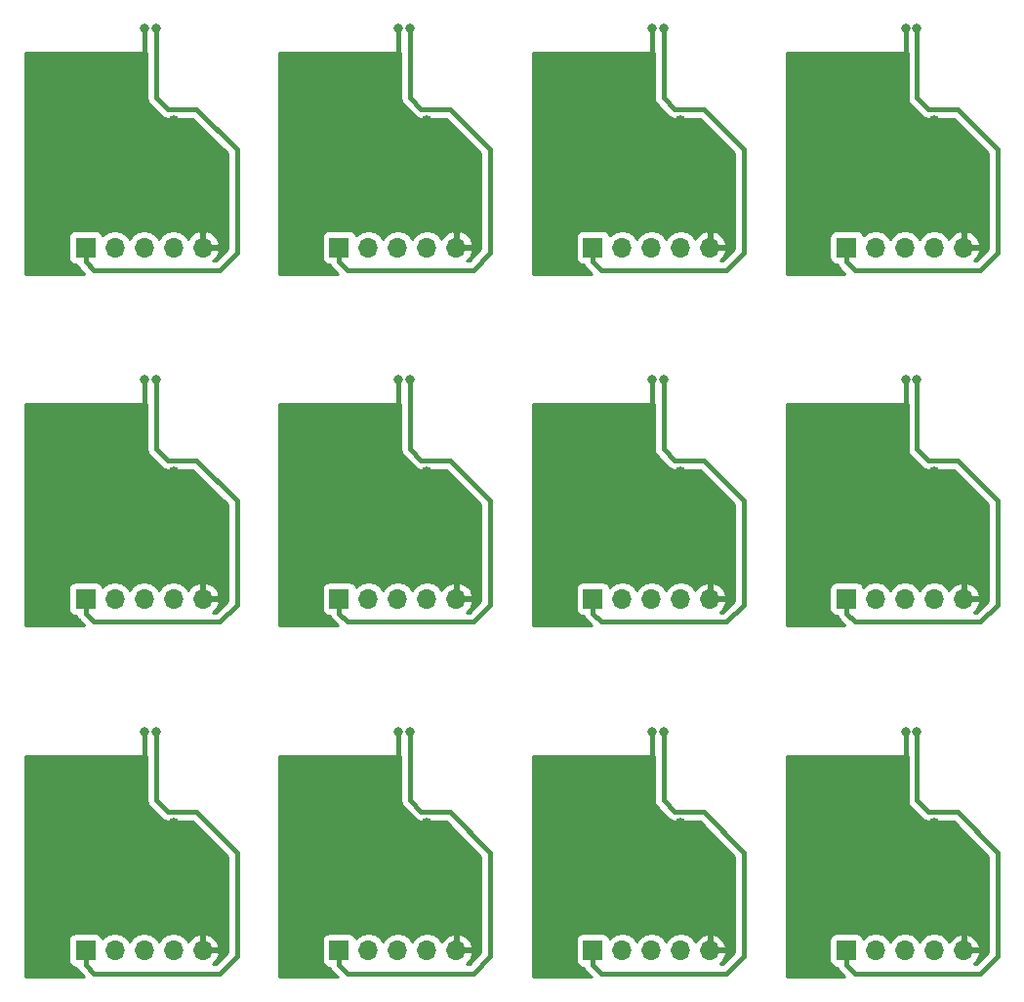
<source format=gbl>
%TF.GenerationSoftware,KiCad,Pcbnew,4.0.7*%
%TF.CreationDate,2018-10-20T21:32:18+02:00*%
%TF.ProjectId,RFID_board_PANNEL,524649445F626F6172645F50414E4E45,rev?*%
%TF.FileFunction,Copper,L2,Bot,Signal*%
%FSLAX46Y46*%
G04 Gerber Fmt 4.6, Leading zero omitted, Abs format (unit mm)*
G04 Created by KiCad (PCBNEW 4.0.7) date 2018 October 20, Saturday 21:32:18*
%MOMM*%
%LPD*%
G01*
G04 APERTURE LIST*
%ADD10C,0.100000*%
%ADD11R,1.700000X1.700000*%
%ADD12O,1.700000X1.700000*%
%ADD13C,0.800000*%
%ADD14C,1.000000*%
%ADD15C,0.400000*%
%ADD16C,0.254000*%
G04 APERTURE END LIST*
D10*
D11*
X225880000Y-78000000D03*
D12*
X228420000Y-78000000D03*
X230960000Y-78000000D03*
X233500000Y-78000000D03*
X236040000Y-78000000D03*
D11*
X225880000Y-108500000D03*
D12*
X228420000Y-108500000D03*
X230960000Y-108500000D03*
X233500000Y-108500000D03*
X236040000Y-108500000D03*
D11*
X225880000Y-47500000D03*
D12*
X228420000Y-47500000D03*
X230960000Y-47500000D03*
X233500000Y-47500000D03*
X236040000Y-47500000D03*
D11*
X203880000Y-78000000D03*
D12*
X206420000Y-78000000D03*
X208960000Y-78000000D03*
X211500000Y-78000000D03*
X214040000Y-78000000D03*
D11*
X203880000Y-108500000D03*
D12*
X206420000Y-108500000D03*
X208960000Y-108500000D03*
X211500000Y-108500000D03*
X214040000Y-108500000D03*
D11*
X203880000Y-47500000D03*
D12*
X206420000Y-47500000D03*
X208960000Y-47500000D03*
X211500000Y-47500000D03*
X214040000Y-47500000D03*
D11*
X181880000Y-47500000D03*
D12*
X184420000Y-47500000D03*
X186960000Y-47500000D03*
X189500000Y-47500000D03*
X192040000Y-47500000D03*
D11*
X181880000Y-78000000D03*
D12*
X184420000Y-78000000D03*
X186960000Y-78000000D03*
X189500000Y-78000000D03*
X192040000Y-78000000D03*
D11*
X181880000Y-108500000D03*
D12*
X184420000Y-108500000D03*
X186960000Y-108500000D03*
X189500000Y-108500000D03*
X192040000Y-108500000D03*
D11*
X159880000Y-47500000D03*
D12*
X162420000Y-47500000D03*
X164960000Y-47500000D03*
X167500000Y-47500000D03*
X170040000Y-47500000D03*
D11*
X159880000Y-108500000D03*
D12*
X162420000Y-108500000D03*
X164960000Y-108500000D03*
X167500000Y-108500000D03*
X170040000Y-108500000D03*
D11*
X159880000Y-78000000D03*
D12*
X162420000Y-78000000D03*
X164960000Y-78000000D03*
X167500000Y-78000000D03*
X170040000Y-78000000D03*
D13*
X235000000Y-44500000D03*
X229000000Y-44500000D03*
X237000000Y-44500000D03*
X231000000Y-44500000D03*
D14*
X233500000Y-36500000D03*
D13*
X230500000Y-32000000D03*
X222200000Y-40300000D03*
X224000000Y-34500000D03*
X222200000Y-34900000D03*
X231000000Y-28500000D03*
X230500000Y-62500000D03*
X231000000Y-59000000D03*
X231000000Y-105500000D03*
X235000000Y-105500000D03*
X237000000Y-105500000D03*
X229000000Y-105500000D03*
X231000000Y-75000000D03*
X231000000Y-89500000D03*
X229000000Y-75000000D03*
X235000000Y-75000000D03*
D14*
X233500000Y-67000000D03*
D13*
X237000000Y-75000000D03*
X224000000Y-65000000D03*
X222200000Y-70800000D03*
X222200000Y-65400000D03*
X224000000Y-95500000D03*
D14*
X233500000Y-97500000D03*
D13*
X222200000Y-101300000D03*
X222200000Y-95900000D03*
X230500000Y-93000000D03*
X213000000Y-44500000D03*
X207000000Y-44500000D03*
X215000000Y-44500000D03*
X209000000Y-44500000D03*
D14*
X211500000Y-36500000D03*
D13*
X208500000Y-32000000D03*
X200200000Y-40300000D03*
X202000000Y-34500000D03*
X200200000Y-34900000D03*
X209000000Y-28500000D03*
X208500000Y-62500000D03*
X209000000Y-59000000D03*
X209000000Y-105500000D03*
X213000000Y-105500000D03*
X215000000Y-105500000D03*
X207000000Y-105500000D03*
X209000000Y-75000000D03*
X209000000Y-89500000D03*
X207000000Y-75000000D03*
X213000000Y-75000000D03*
D14*
X211500000Y-67000000D03*
D13*
X215000000Y-75000000D03*
X202000000Y-65000000D03*
X200200000Y-70800000D03*
X200200000Y-65400000D03*
X202000000Y-95500000D03*
D14*
X211500000Y-97500000D03*
D13*
X200200000Y-101300000D03*
X200200000Y-95900000D03*
X208500000Y-93000000D03*
X193000000Y-44500000D03*
X185000000Y-44500000D03*
X187000000Y-44500000D03*
X191000000Y-44500000D03*
X191000000Y-75000000D03*
X187000000Y-75000000D03*
X185000000Y-75000000D03*
X193000000Y-75000000D03*
X180000000Y-34500000D03*
X178200000Y-40300000D03*
X178200000Y-34900000D03*
D14*
X189500000Y-36500000D03*
D13*
X187000000Y-28500000D03*
X186500000Y-32000000D03*
X187000000Y-105500000D03*
X185000000Y-105500000D03*
X193000000Y-105500000D03*
X191000000Y-105500000D03*
X178200000Y-65400000D03*
X178200000Y-70800000D03*
X180000000Y-65000000D03*
X187000000Y-59000000D03*
X186500000Y-62500000D03*
D14*
X189500000Y-67000000D03*
D13*
X186500000Y-93000000D03*
X187000000Y-89500000D03*
X178200000Y-101300000D03*
D14*
X189500000Y-97500000D03*
D13*
X178200000Y-95900000D03*
X180000000Y-95500000D03*
X164500000Y-32000000D03*
X158000000Y-34500000D03*
X163000000Y-44500000D03*
X165000000Y-44500000D03*
X169000000Y-44500000D03*
X171000000Y-44500000D03*
D14*
X167500000Y-36500000D03*
D13*
X165000000Y-28500000D03*
X156200000Y-34900000D03*
X156200000Y-40300000D03*
X156200000Y-101300000D03*
X156200000Y-95900000D03*
X165000000Y-89500000D03*
D14*
X167500000Y-97500000D03*
D13*
X171000000Y-105500000D03*
X169000000Y-105500000D03*
X165000000Y-105500000D03*
X163000000Y-105500000D03*
X158000000Y-95500000D03*
X164500000Y-93000000D03*
X156200000Y-70800000D03*
X156200000Y-65400000D03*
X165000000Y-59000000D03*
D14*
X167500000Y-67000000D03*
D13*
X171000000Y-75000000D03*
X169000000Y-75000000D03*
X165000000Y-75000000D03*
X163000000Y-75000000D03*
X158000000Y-65000000D03*
X164500000Y-62500000D03*
X232000000Y-28500000D03*
X232000000Y-59000000D03*
X232000000Y-89500000D03*
X210000000Y-28500000D03*
X210000000Y-59000000D03*
X210000000Y-89500000D03*
X188000000Y-28500000D03*
X188000000Y-59000000D03*
X188000000Y-89500000D03*
X166000000Y-28500000D03*
X166000000Y-89500000D03*
X166000000Y-59000000D03*
D15*
X230500000Y-62500000D02*
X230500000Y-64500000D01*
X231000000Y-62000000D02*
X230500000Y-62500000D01*
X230500000Y-93000000D02*
X230500000Y-95000000D01*
X231000000Y-89500000D02*
X231000000Y-92500000D01*
X231000000Y-92500000D02*
X230500000Y-93000000D01*
X230500000Y-32000000D02*
X230500000Y-34000000D01*
X231000000Y-28500000D02*
X231000000Y-31500000D01*
X231000000Y-31500000D02*
X230500000Y-32000000D01*
X231000000Y-59000000D02*
X231000000Y-62000000D01*
X208500000Y-62500000D02*
X208500000Y-64500000D01*
X209000000Y-62000000D02*
X208500000Y-62500000D01*
X208500000Y-93000000D02*
X208500000Y-95000000D01*
X209000000Y-89500000D02*
X209000000Y-92500000D01*
X209000000Y-92500000D02*
X208500000Y-93000000D01*
X208500000Y-32000000D02*
X208500000Y-34000000D01*
X209000000Y-28500000D02*
X209000000Y-31500000D01*
X209000000Y-31500000D02*
X208500000Y-32000000D01*
X209000000Y-59000000D02*
X209000000Y-62000000D01*
X186500000Y-93000000D02*
X186500000Y-95000000D01*
X187000000Y-92500000D02*
X186500000Y-93000000D01*
X187000000Y-89500000D02*
X187000000Y-92500000D01*
X186500000Y-32000000D02*
X186500000Y-34000000D01*
X187000000Y-31500000D02*
X186500000Y-32000000D01*
X187000000Y-28500000D02*
X187000000Y-31500000D01*
X187000000Y-59000000D02*
X187000000Y-62000000D01*
X187000000Y-62000000D02*
X186500000Y-62500000D01*
X186500000Y-62500000D02*
X186500000Y-64500000D01*
X164500000Y-32000000D02*
X164500000Y-34000000D01*
X165000000Y-31500000D02*
X164500000Y-32000000D01*
X165000000Y-28500000D02*
X165000000Y-31500000D01*
X165000000Y-89500000D02*
X165000000Y-92500000D01*
X165000000Y-92500000D02*
X164500000Y-93000000D01*
X164500000Y-93000000D02*
X164500000Y-95000000D01*
X165000000Y-59000000D02*
X165000000Y-62000000D01*
X165000000Y-62000000D02*
X164500000Y-62500000D01*
X164500000Y-62500000D02*
X164500000Y-64500000D01*
X239000000Y-69500000D02*
X239000000Y-78500000D01*
X225880000Y-79250000D02*
X225880000Y-78000000D01*
X235500000Y-66000000D02*
X239000000Y-69500000D01*
X239000000Y-78500000D02*
X237500000Y-80000000D01*
X237500000Y-80000000D02*
X226630000Y-80000000D01*
X226630000Y-80000000D02*
X225880000Y-79250000D01*
X232000000Y-65000000D02*
X233000000Y-66000000D01*
X233000000Y-66000000D02*
X235500000Y-66000000D01*
X225880000Y-109750000D02*
X225880000Y-108500000D01*
X239000000Y-109000000D02*
X237500000Y-110500000D01*
X226630000Y-110500000D02*
X225880000Y-109750000D01*
X237500000Y-110500000D02*
X226630000Y-110500000D01*
X232000000Y-89500000D02*
X232000000Y-95500000D01*
X235500000Y-96500000D02*
X239000000Y-100000000D01*
X239000000Y-100000000D02*
X239000000Y-109000000D01*
X232000000Y-95500000D02*
X233000000Y-96500000D01*
X233000000Y-96500000D02*
X235500000Y-96500000D01*
X239000000Y-48000000D02*
X237500000Y-49500000D01*
X226630000Y-49500000D02*
X225880000Y-48750000D01*
X225880000Y-48750000D02*
X225880000Y-47500000D01*
X237500000Y-49500000D02*
X226630000Y-49500000D01*
X232000000Y-28500000D02*
X232000000Y-34500000D01*
X233000000Y-35500000D02*
X235500000Y-35500000D01*
X232000000Y-34500000D02*
X233000000Y-35500000D01*
X235500000Y-35500000D02*
X239000000Y-39000000D01*
X239000000Y-39000000D02*
X239000000Y-48000000D01*
X232000000Y-59000000D02*
X232000000Y-65000000D01*
X217000000Y-69500000D02*
X217000000Y-78500000D01*
X203880000Y-79250000D02*
X203880000Y-78000000D01*
X213500000Y-66000000D02*
X217000000Y-69500000D01*
X217000000Y-78500000D02*
X215500000Y-80000000D01*
X215500000Y-80000000D02*
X204630000Y-80000000D01*
X204630000Y-80000000D02*
X203880000Y-79250000D01*
X210000000Y-65000000D02*
X211000000Y-66000000D01*
X211000000Y-66000000D02*
X213500000Y-66000000D01*
X203880000Y-109750000D02*
X203880000Y-108500000D01*
X217000000Y-109000000D02*
X215500000Y-110500000D01*
X204630000Y-110500000D02*
X203880000Y-109750000D01*
X215500000Y-110500000D02*
X204630000Y-110500000D01*
X210000000Y-89500000D02*
X210000000Y-95500000D01*
X213500000Y-96500000D02*
X217000000Y-100000000D01*
X217000000Y-100000000D02*
X217000000Y-109000000D01*
X210000000Y-95500000D02*
X211000000Y-96500000D01*
X211000000Y-96500000D02*
X213500000Y-96500000D01*
X217000000Y-48000000D02*
X215500000Y-49500000D01*
X204630000Y-49500000D02*
X203880000Y-48750000D01*
X203880000Y-48750000D02*
X203880000Y-47500000D01*
X215500000Y-49500000D02*
X204630000Y-49500000D01*
X210000000Y-28500000D02*
X210000000Y-34500000D01*
X211000000Y-35500000D02*
X213500000Y-35500000D01*
X210000000Y-34500000D02*
X211000000Y-35500000D01*
X213500000Y-35500000D02*
X217000000Y-39000000D01*
X217000000Y-39000000D02*
X217000000Y-48000000D01*
X210000000Y-59000000D02*
X210000000Y-65000000D01*
X193500000Y-110500000D02*
X182630000Y-110500000D01*
X182630000Y-110500000D02*
X181880000Y-109750000D01*
X195000000Y-109000000D02*
X193500000Y-110500000D01*
X181880000Y-109750000D02*
X181880000Y-108500000D01*
X188000000Y-89500000D02*
X188000000Y-95500000D01*
X191500000Y-96500000D02*
X195000000Y-100000000D01*
X195000000Y-100000000D02*
X195000000Y-109000000D01*
X188000000Y-95500000D02*
X189000000Y-96500000D01*
X189000000Y-96500000D02*
X191500000Y-96500000D01*
X191500000Y-66000000D02*
X195000000Y-69500000D01*
X189000000Y-66000000D02*
X191500000Y-66000000D01*
X188000000Y-65000000D02*
X189000000Y-66000000D01*
X195000000Y-69500000D02*
X195000000Y-78500000D01*
X181880000Y-79250000D02*
X181880000Y-78000000D01*
X195000000Y-78500000D02*
X193500000Y-80000000D01*
X193500000Y-80000000D02*
X182630000Y-80000000D01*
X182630000Y-80000000D02*
X181880000Y-79250000D01*
X193500000Y-49500000D02*
X182630000Y-49500000D01*
X181880000Y-48750000D02*
X181880000Y-47500000D01*
X182630000Y-49500000D02*
X181880000Y-48750000D01*
X195000000Y-48000000D02*
X193500000Y-49500000D01*
X188000000Y-28500000D02*
X188000000Y-34500000D01*
X188000000Y-59000000D02*
X188000000Y-65000000D01*
X189000000Y-35500000D02*
X191500000Y-35500000D01*
X188000000Y-34500000D02*
X189000000Y-35500000D01*
X191500000Y-35500000D02*
X195000000Y-39000000D01*
X195000000Y-39000000D02*
X195000000Y-48000000D01*
X173000000Y-48000000D02*
X171500000Y-49500000D01*
X173000000Y-39000000D02*
X173000000Y-48000000D01*
X169500000Y-35500000D02*
X173000000Y-39000000D01*
X167000000Y-35500000D02*
X169500000Y-35500000D01*
X166000000Y-34500000D02*
X167000000Y-35500000D01*
X166000000Y-28500000D02*
X166000000Y-34500000D01*
X159880000Y-48750000D02*
X159880000Y-47500000D01*
X160630000Y-49500000D02*
X159880000Y-48750000D01*
X171500000Y-49500000D02*
X160630000Y-49500000D01*
X171500000Y-110500000D02*
X160630000Y-110500000D01*
X160630000Y-110500000D02*
X159880000Y-109750000D01*
X159880000Y-109750000D02*
X159880000Y-108500000D01*
X166000000Y-89500000D02*
X166000000Y-95500000D01*
X166000000Y-95500000D02*
X167000000Y-96500000D01*
X167000000Y-96500000D02*
X169500000Y-96500000D01*
X169500000Y-96500000D02*
X173000000Y-100000000D01*
X173000000Y-100000000D02*
X173000000Y-109000000D01*
X173000000Y-109000000D02*
X171500000Y-110500000D01*
X171500000Y-80000000D02*
X160630000Y-80000000D01*
X160630000Y-80000000D02*
X159880000Y-79250000D01*
X159880000Y-79250000D02*
X159880000Y-78000000D01*
X166000000Y-59000000D02*
X166000000Y-65000000D01*
X166000000Y-65000000D02*
X167000000Y-66000000D01*
X167000000Y-66000000D02*
X169500000Y-66000000D01*
X169500000Y-66000000D02*
X173000000Y-69500000D01*
X173000000Y-69500000D02*
X173000000Y-78500000D01*
X173000000Y-78500000D02*
X171500000Y-80000000D01*
D16*
G36*
X165165000Y-95500000D02*
X165228561Y-95819541D01*
X165288714Y-95909566D01*
X165409566Y-96090434D01*
X166409566Y-97090434D01*
X166680460Y-97271440D01*
X167000000Y-97335000D01*
X169154132Y-97335000D01*
X172165000Y-100345868D01*
X172165000Y-108654132D01*
X171154132Y-109665000D01*
X170923945Y-109665000D01*
X171235183Y-109381358D01*
X171481486Y-108856892D01*
X171360819Y-108627000D01*
X170167000Y-108627000D01*
X170167000Y-108647000D01*
X169913000Y-108647000D01*
X169913000Y-108627000D01*
X169893000Y-108627000D01*
X169893000Y-108373000D01*
X169913000Y-108373000D01*
X169913000Y-107179845D01*
X170167000Y-107179845D01*
X170167000Y-108373000D01*
X171360819Y-108373000D01*
X171481486Y-108143108D01*
X171235183Y-107618642D01*
X170806924Y-107228355D01*
X170396890Y-107058524D01*
X170167000Y-107179845D01*
X169913000Y-107179845D01*
X169683110Y-107058524D01*
X169273076Y-107228355D01*
X168844817Y-107618642D01*
X168777702Y-107761553D01*
X168550054Y-107420853D01*
X168068285Y-107098946D01*
X167500000Y-106985907D01*
X166931715Y-107098946D01*
X166449946Y-107420853D01*
X166230000Y-107750026D01*
X166010054Y-107420853D01*
X165528285Y-107098946D01*
X164960000Y-106985907D01*
X164391715Y-107098946D01*
X163909946Y-107420853D01*
X163690000Y-107750026D01*
X163470054Y-107420853D01*
X162988285Y-107098946D01*
X162420000Y-106985907D01*
X161851715Y-107098946D01*
X161369946Y-107420853D01*
X161342150Y-107462452D01*
X161333162Y-107414683D01*
X161194090Y-107198559D01*
X160981890Y-107053569D01*
X160730000Y-107002560D01*
X159030000Y-107002560D01*
X158794683Y-107046838D01*
X158578559Y-107185910D01*
X158433569Y-107398110D01*
X158382560Y-107650000D01*
X158382560Y-109350000D01*
X158426838Y-109585317D01*
X158565910Y-109801441D01*
X158778110Y-109946431D01*
X159030000Y-109997440D01*
X159094219Y-109997440D01*
X159108561Y-110069541D01*
X159182674Y-110180459D01*
X159289566Y-110340434D01*
X159739132Y-110790000D01*
X154710000Y-110790000D01*
X154710000Y-91627000D01*
X165165000Y-91627000D01*
X165165000Y-95500000D01*
X165165000Y-95500000D01*
G37*
X165165000Y-95500000D02*
X165228561Y-95819541D01*
X165288714Y-95909566D01*
X165409566Y-96090434D01*
X166409566Y-97090434D01*
X166680460Y-97271440D01*
X167000000Y-97335000D01*
X169154132Y-97335000D01*
X172165000Y-100345868D01*
X172165000Y-108654132D01*
X171154132Y-109665000D01*
X170923945Y-109665000D01*
X171235183Y-109381358D01*
X171481486Y-108856892D01*
X171360819Y-108627000D01*
X170167000Y-108627000D01*
X170167000Y-108647000D01*
X169913000Y-108647000D01*
X169913000Y-108627000D01*
X169893000Y-108627000D01*
X169893000Y-108373000D01*
X169913000Y-108373000D01*
X169913000Y-107179845D01*
X170167000Y-107179845D01*
X170167000Y-108373000D01*
X171360819Y-108373000D01*
X171481486Y-108143108D01*
X171235183Y-107618642D01*
X170806924Y-107228355D01*
X170396890Y-107058524D01*
X170167000Y-107179845D01*
X169913000Y-107179845D01*
X169683110Y-107058524D01*
X169273076Y-107228355D01*
X168844817Y-107618642D01*
X168777702Y-107761553D01*
X168550054Y-107420853D01*
X168068285Y-107098946D01*
X167500000Y-106985907D01*
X166931715Y-107098946D01*
X166449946Y-107420853D01*
X166230000Y-107750026D01*
X166010054Y-107420853D01*
X165528285Y-107098946D01*
X164960000Y-106985907D01*
X164391715Y-107098946D01*
X163909946Y-107420853D01*
X163690000Y-107750026D01*
X163470054Y-107420853D01*
X162988285Y-107098946D01*
X162420000Y-106985907D01*
X161851715Y-107098946D01*
X161369946Y-107420853D01*
X161342150Y-107462452D01*
X161333162Y-107414683D01*
X161194090Y-107198559D01*
X160981890Y-107053569D01*
X160730000Y-107002560D01*
X159030000Y-107002560D01*
X158794683Y-107046838D01*
X158578559Y-107185910D01*
X158433569Y-107398110D01*
X158382560Y-107650000D01*
X158382560Y-109350000D01*
X158426838Y-109585317D01*
X158565910Y-109801441D01*
X158778110Y-109946431D01*
X159030000Y-109997440D01*
X159094219Y-109997440D01*
X159108561Y-110069541D01*
X159182674Y-110180459D01*
X159289566Y-110340434D01*
X159739132Y-110790000D01*
X154710000Y-110790000D01*
X154710000Y-91627000D01*
X165165000Y-91627000D01*
X165165000Y-95500000D01*
G36*
X165165000Y-65000000D02*
X165228561Y-65319541D01*
X165288714Y-65409566D01*
X165409566Y-65590434D01*
X166409566Y-66590434D01*
X166680460Y-66771440D01*
X167000000Y-66835000D01*
X169154132Y-66835000D01*
X172165000Y-69845868D01*
X172165000Y-78154132D01*
X171154132Y-79165000D01*
X170923945Y-79165000D01*
X171235183Y-78881358D01*
X171481486Y-78356892D01*
X171360819Y-78127000D01*
X170167000Y-78127000D01*
X170167000Y-78147000D01*
X169913000Y-78147000D01*
X169913000Y-78127000D01*
X169893000Y-78127000D01*
X169893000Y-77873000D01*
X169913000Y-77873000D01*
X169913000Y-76679845D01*
X170167000Y-76679845D01*
X170167000Y-77873000D01*
X171360819Y-77873000D01*
X171481486Y-77643108D01*
X171235183Y-77118642D01*
X170806924Y-76728355D01*
X170396890Y-76558524D01*
X170167000Y-76679845D01*
X169913000Y-76679845D01*
X169683110Y-76558524D01*
X169273076Y-76728355D01*
X168844817Y-77118642D01*
X168777702Y-77261553D01*
X168550054Y-76920853D01*
X168068285Y-76598946D01*
X167500000Y-76485907D01*
X166931715Y-76598946D01*
X166449946Y-76920853D01*
X166230000Y-77250026D01*
X166010054Y-76920853D01*
X165528285Y-76598946D01*
X164960000Y-76485907D01*
X164391715Y-76598946D01*
X163909946Y-76920853D01*
X163690000Y-77250026D01*
X163470054Y-76920853D01*
X162988285Y-76598946D01*
X162420000Y-76485907D01*
X161851715Y-76598946D01*
X161369946Y-76920853D01*
X161342150Y-76962452D01*
X161333162Y-76914683D01*
X161194090Y-76698559D01*
X160981890Y-76553569D01*
X160730000Y-76502560D01*
X159030000Y-76502560D01*
X158794683Y-76546838D01*
X158578559Y-76685910D01*
X158433569Y-76898110D01*
X158382560Y-77150000D01*
X158382560Y-78850000D01*
X158426838Y-79085317D01*
X158565910Y-79301441D01*
X158778110Y-79446431D01*
X159030000Y-79497440D01*
X159094219Y-79497440D01*
X159108561Y-79569541D01*
X159182674Y-79680459D01*
X159289566Y-79840434D01*
X159739132Y-80290000D01*
X154710000Y-80290000D01*
X154710000Y-61127000D01*
X165165000Y-61127000D01*
X165165000Y-65000000D01*
X165165000Y-65000000D01*
G37*
X165165000Y-65000000D02*
X165228561Y-65319541D01*
X165288714Y-65409566D01*
X165409566Y-65590434D01*
X166409566Y-66590434D01*
X166680460Y-66771440D01*
X167000000Y-66835000D01*
X169154132Y-66835000D01*
X172165000Y-69845868D01*
X172165000Y-78154132D01*
X171154132Y-79165000D01*
X170923945Y-79165000D01*
X171235183Y-78881358D01*
X171481486Y-78356892D01*
X171360819Y-78127000D01*
X170167000Y-78127000D01*
X170167000Y-78147000D01*
X169913000Y-78147000D01*
X169913000Y-78127000D01*
X169893000Y-78127000D01*
X169893000Y-77873000D01*
X169913000Y-77873000D01*
X169913000Y-76679845D01*
X170167000Y-76679845D01*
X170167000Y-77873000D01*
X171360819Y-77873000D01*
X171481486Y-77643108D01*
X171235183Y-77118642D01*
X170806924Y-76728355D01*
X170396890Y-76558524D01*
X170167000Y-76679845D01*
X169913000Y-76679845D01*
X169683110Y-76558524D01*
X169273076Y-76728355D01*
X168844817Y-77118642D01*
X168777702Y-77261553D01*
X168550054Y-76920853D01*
X168068285Y-76598946D01*
X167500000Y-76485907D01*
X166931715Y-76598946D01*
X166449946Y-76920853D01*
X166230000Y-77250026D01*
X166010054Y-76920853D01*
X165528285Y-76598946D01*
X164960000Y-76485907D01*
X164391715Y-76598946D01*
X163909946Y-76920853D01*
X163690000Y-77250026D01*
X163470054Y-76920853D01*
X162988285Y-76598946D01*
X162420000Y-76485907D01*
X161851715Y-76598946D01*
X161369946Y-76920853D01*
X161342150Y-76962452D01*
X161333162Y-76914683D01*
X161194090Y-76698559D01*
X160981890Y-76553569D01*
X160730000Y-76502560D01*
X159030000Y-76502560D01*
X158794683Y-76546838D01*
X158578559Y-76685910D01*
X158433569Y-76898110D01*
X158382560Y-77150000D01*
X158382560Y-78850000D01*
X158426838Y-79085317D01*
X158565910Y-79301441D01*
X158778110Y-79446431D01*
X159030000Y-79497440D01*
X159094219Y-79497440D01*
X159108561Y-79569541D01*
X159182674Y-79680459D01*
X159289566Y-79840434D01*
X159739132Y-80290000D01*
X154710000Y-80290000D01*
X154710000Y-61127000D01*
X165165000Y-61127000D01*
X165165000Y-65000000D01*
G36*
X165165000Y-34500000D02*
X165228561Y-34819541D01*
X165288714Y-34909566D01*
X165409566Y-35090434D01*
X166409566Y-36090434D01*
X166680460Y-36271440D01*
X167000000Y-36335000D01*
X169154132Y-36335000D01*
X172165000Y-39345868D01*
X172165000Y-47654132D01*
X171154132Y-48665000D01*
X170923945Y-48665000D01*
X171235183Y-48381358D01*
X171481486Y-47856892D01*
X171360819Y-47627000D01*
X170167000Y-47627000D01*
X170167000Y-47647000D01*
X169913000Y-47647000D01*
X169913000Y-47627000D01*
X169893000Y-47627000D01*
X169893000Y-47373000D01*
X169913000Y-47373000D01*
X169913000Y-46179845D01*
X170167000Y-46179845D01*
X170167000Y-47373000D01*
X171360819Y-47373000D01*
X171481486Y-47143108D01*
X171235183Y-46618642D01*
X170806924Y-46228355D01*
X170396890Y-46058524D01*
X170167000Y-46179845D01*
X169913000Y-46179845D01*
X169683110Y-46058524D01*
X169273076Y-46228355D01*
X168844817Y-46618642D01*
X168777702Y-46761553D01*
X168550054Y-46420853D01*
X168068285Y-46098946D01*
X167500000Y-45985907D01*
X166931715Y-46098946D01*
X166449946Y-46420853D01*
X166230000Y-46750026D01*
X166010054Y-46420853D01*
X165528285Y-46098946D01*
X164960000Y-45985907D01*
X164391715Y-46098946D01*
X163909946Y-46420853D01*
X163690000Y-46750026D01*
X163470054Y-46420853D01*
X162988285Y-46098946D01*
X162420000Y-45985907D01*
X161851715Y-46098946D01*
X161369946Y-46420853D01*
X161342150Y-46462452D01*
X161333162Y-46414683D01*
X161194090Y-46198559D01*
X160981890Y-46053569D01*
X160730000Y-46002560D01*
X159030000Y-46002560D01*
X158794683Y-46046838D01*
X158578559Y-46185910D01*
X158433569Y-46398110D01*
X158382560Y-46650000D01*
X158382560Y-48350000D01*
X158426838Y-48585317D01*
X158565910Y-48801441D01*
X158778110Y-48946431D01*
X159030000Y-48997440D01*
X159094219Y-48997440D01*
X159108561Y-49069541D01*
X159182674Y-49180459D01*
X159289566Y-49340434D01*
X159739132Y-49790000D01*
X154710000Y-49790000D01*
X154710000Y-30627000D01*
X165165000Y-30627000D01*
X165165000Y-34500000D01*
X165165000Y-34500000D01*
G37*
X165165000Y-34500000D02*
X165228561Y-34819541D01*
X165288714Y-34909566D01*
X165409566Y-35090434D01*
X166409566Y-36090434D01*
X166680460Y-36271440D01*
X167000000Y-36335000D01*
X169154132Y-36335000D01*
X172165000Y-39345868D01*
X172165000Y-47654132D01*
X171154132Y-48665000D01*
X170923945Y-48665000D01*
X171235183Y-48381358D01*
X171481486Y-47856892D01*
X171360819Y-47627000D01*
X170167000Y-47627000D01*
X170167000Y-47647000D01*
X169913000Y-47647000D01*
X169913000Y-47627000D01*
X169893000Y-47627000D01*
X169893000Y-47373000D01*
X169913000Y-47373000D01*
X169913000Y-46179845D01*
X170167000Y-46179845D01*
X170167000Y-47373000D01*
X171360819Y-47373000D01*
X171481486Y-47143108D01*
X171235183Y-46618642D01*
X170806924Y-46228355D01*
X170396890Y-46058524D01*
X170167000Y-46179845D01*
X169913000Y-46179845D01*
X169683110Y-46058524D01*
X169273076Y-46228355D01*
X168844817Y-46618642D01*
X168777702Y-46761553D01*
X168550054Y-46420853D01*
X168068285Y-46098946D01*
X167500000Y-45985907D01*
X166931715Y-46098946D01*
X166449946Y-46420853D01*
X166230000Y-46750026D01*
X166010054Y-46420853D01*
X165528285Y-46098946D01*
X164960000Y-45985907D01*
X164391715Y-46098946D01*
X163909946Y-46420853D01*
X163690000Y-46750026D01*
X163470054Y-46420853D01*
X162988285Y-46098946D01*
X162420000Y-45985907D01*
X161851715Y-46098946D01*
X161369946Y-46420853D01*
X161342150Y-46462452D01*
X161333162Y-46414683D01*
X161194090Y-46198559D01*
X160981890Y-46053569D01*
X160730000Y-46002560D01*
X159030000Y-46002560D01*
X158794683Y-46046838D01*
X158578559Y-46185910D01*
X158433569Y-46398110D01*
X158382560Y-46650000D01*
X158382560Y-48350000D01*
X158426838Y-48585317D01*
X158565910Y-48801441D01*
X158778110Y-48946431D01*
X159030000Y-48997440D01*
X159094219Y-48997440D01*
X159108561Y-49069541D01*
X159182674Y-49180459D01*
X159289566Y-49340434D01*
X159739132Y-49790000D01*
X154710000Y-49790000D01*
X154710000Y-30627000D01*
X165165000Y-30627000D01*
X165165000Y-34500000D01*
G36*
X187165000Y-34500000D02*
X187228561Y-34819541D01*
X187288714Y-34909566D01*
X187409566Y-35090434D01*
X188409566Y-36090434D01*
X188680460Y-36271440D01*
X189000000Y-36335000D01*
X191154132Y-36335000D01*
X194165000Y-39345868D01*
X194165000Y-47654132D01*
X193154132Y-48665000D01*
X192923945Y-48665000D01*
X193235183Y-48381358D01*
X193481486Y-47856892D01*
X193360819Y-47627000D01*
X192167000Y-47627000D01*
X192167000Y-47647000D01*
X191913000Y-47647000D01*
X191913000Y-47627000D01*
X191893000Y-47627000D01*
X191893000Y-47373000D01*
X191913000Y-47373000D01*
X191913000Y-46179845D01*
X192167000Y-46179845D01*
X192167000Y-47373000D01*
X193360819Y-47373000D01*
X193481486Y-47143108D01*
X193235183Y-46618642D01*
X192806924Y-46228355D01*
X192396890Y-46058524D01*
X192167000Y-46179845D01*
X191913000Y-46179845D01*
X191683110Y-46058524D01*
X191273076Y-46228355D01*
X190844817Y-46618642D01*
X190777702Y-46761553D01*
X190550054Y-46420853D01*
X190068285Y-46098946D01*
X189500000Y-45985907D01*
X188931715Y-46098946D01*
X188449946Y-46420853D01*
X188230000Y-46750026D01*
X188010054Y-46420853D01*
X187528285Y-46098946D01*
X186960000Y-45985907D01*
X186391715Y-46098946D01*
X185909946Y-46420853D01*
X185690000Y-46750026D01*
X185470054Y-46420853D01*
X184988285Y-46098946D01*
X184420000Y-45985907D01*
X183851715Y-46098946D01*
X183369946Y-46420853D01*
X183342150Y-46462452D01*
X183333162Y-46414683D01*
X183194090Y-46198559D01*
X182981890Y-46053569D01*
X182730000Y-46002560D01*
X181030000Y-46002560D01*
X180794683Y-46046838D01*
X180578559Y-46185910D01*
X180433569Y-46398110D01*
X180382560Y-46650000D01*
X180382560Y-48350000D01*
X180426838Y-48585317D01*
X180565910Y-48801441D01*
X180778110Y-48946431D01*
X181030000Y-48997440D01*
X181094219Y-48997440D01*
X181108561Y-49069541D01*
X181182674Y-49180459D01*
X181289566Y-49340434D01*
X181739132Y-49790000D01*
X176710000Y-49790000D01*
X176710000Y-30627000D01*
X187165000Y-30627000D01*
X187165000Y-34500000D01*
X187165000Y-34500000D01*
G37*
X187165000Y-34500000D02*
X187228561Y-34819541D01*
X187288714Y-34909566D01*
X187409566Y-35090434D01*
X188409566Y-36090434D01*
X188680460Y-36271440D01*
X189000000Y-36335000D01*
X191154132Y-36335000D01*
X194165000Y-39345868D01*
X194165000Y-47654132D01*
X193154132Y-48665000D01*
X192923945Y-48665000D01*
X193235183Y-48381358D01*
X193481486Y-47856892D01*
X193360819Y-47627000D01*
X192167000Y-47627000D01*
X192167000Y-47647000D01*
X191913000Y-47647000D01*
X191913000Y-47627000D01*
X191893000Y-47627000D01*
X191893000Y-47373000D01*
X191913000Y-47373000D01*
X191913000Y-46179845D01*
X192167000Y-46179845D01*
X192167000Y-47373000D01*
X193360819Y-47373000D01*
X193481486Y-47143108D01*
X193235183Y-46618642D01*
X192806924Y-46228355D01*
X192396890Y-46058524D01*
X192167000Y-46179845D01*
X191913000Y-46179845D01*
X191683110Y-46058524D01*
X191273076Y-46228355D01*
X190844817Y-46618642D01*
X190777702Y-46761553D01*
X190550054Y-46420853D01*
X190068285Y-46098946D01*
X189500000Y-45985907D01*
X188931715Y-46098946D01*
X188449946Y-46420853D01*
X188230000Y-46750026D01*
X188010054Y-46420853D01*
X187528285Y-46098946D01*
X186960000Y-45985907D01*
X186391715Y-46098946D01*
X185909946Y-46420853D01*
X185690000Y-46750026D01*
X185470054Y-46420853D01*
X184988285Y-46098946D01*
X184420000Y-45985907D01*
X183851715Y-46098946D01*
X183369946Y-46420853D01*
X183342150Y-46462452D01*
X183333162Y-46414683D01*
X183194090Y-46198559D01*
X182981890Y-46053569D01*
X182730000Y-46002560D01*
X181030000Y-46002560D01*
X180794683Y-46046838D01*
X180578559Y-46185910D01*
X180433569Y-46398110D01*
X180382560Y-46650000D01*
X180382560Y-48350000D01*
X180426838Y-48585317D01*
X180565910Y-48801441D01*
X180778110Y-48946431D01*
X181030000Y-48997440D01*
X181094219Y-48997440D01*
X181108561Y-49069541D01*
X181182674Y-49180459D01*
X181289566Y-49340434D01*
X181739132Y-49790000D01*
X176710000Y-49790000D01*
X176710000Y-30627000D01*
X187165000Y-30627000D01*
X187165000Y-34500000D01*
G36*
X187165000Y-65000000D02*
X187228561Y-65319541D01*
X187288714Y-65409566D01*
X187409566Y-65590434D01*
X188409566Y-66590434D01*
X188680460Y-66771440D01*
X189000000Y-66835000D01*
X191154132Y-66835000D01*
X194165000Y-69845868D01*
X194165000Y-78154132D01*
X193154132Y-79165000D01*
X192923945Y-79165000D01*
X193235183Y-78881358D01*
X193481486Y-78356892D01*
X193360819Y-78127000D01*
X192167000Y-78127000D01*
X192167000Y-78147000D01*
X191913000Y-78147000D01*
X191913000Y-78127000D01*
X191893000Y-78127000D01*
X191893000Y-77873000D01*
X191913000Y-77873000D01*
X191913000Y-76679845D01*
X192167000Y-76679845D01*
X192167000Y-77873000D01*
X193360819Y-77873000D01*
X193481486Y-77643108D01*
X193235183Y-77118642D01*
X192806924Y-76728355D01*
X192396890Y-76558524D01*
X192167000Y-76679845D01*
X191913000Y-76679845D01*
X191683110Y-76558524D01*
X191273076Y-76728355D01*
X190844817Y-77118642D01*
X190777702Y-77261553D01*
X190550054Y-76920853D01*
X190068285Y-76598946D01*
X189500000Y-76485907D01*
X188931715Y-76598946D01*
X188449946Y-76920853D01*
X188230000Y-77250026D01*
X188010054Y-76920853D01*
X187528285Y-76598946D01*
X186960000Y-76485907D01*
X186391715Y-76598946D01*
X185909946Y-76920853D01*
X185690000Y-77250026D01*
X185470054Y-76920853D01*
X184988285Y-76598946D01*
X184420000Y-76485907D01*
X183851715Y-76598946D01*
X183369946Y-76920853D01*
X183342150Y-76962452D01*
X183333162Y-76914683D01*
X183194090Y-76698559D01*
X182981890Y-76553569D01*
X182730000Y-76502560D01*
X181030000Y-76502560D01*
X180794683Y-76546838D01*
X180578559Y-76685910D01*
X180433569Y-76898110D01*
X180382560Y-77150000D01*
X180382560Y-78850000D01*
X180426838Y-79085317D01*
X180565910Y-79301441D01*
X180778110Y-79446431D01*
X181030000Y-79497440D01*
X181094219Y-79497440D01*
X181108561Y-79569541D01*
X181182674Y-79680459D01*
X181289566Y-79840434D01*
X181739132Y-80290000D01*
X176710000Y-80290000D01*
X176710000Y-61127000D01*
X187165000Y-61127000D01*
X187165000Y-65000000D01*
X187165000Y-65000000D01*
G37*
X187165000Y-65000000D02*
X187228561Y-65319541D01*
X187288714Y-65409566D01*
X187409566Y-65590434D01*
X188409566Y-66590434D01*
X188680460Y-66771440D01*
X189000000Y-66835000D01*
X191154132Y-66835000D01*
X194165000Y-69845868D01*
X194165000Y-78154132D01*
X193154132Y-79165000D01*
X192923945Y-79165000D01*
X193235183Y-78881358D01*
X193481486Y-78356892D01*
X193360819Y-78127000D01*
X192167000Y-78127000D01*
X192167000Y-78147000D01*
X191913000Y-78147000D01*
X191913000Y-78127000D01*
X191893000Y-78127000D01*
X191893000Y-77873000D01*
X191913000Y-77873000D01*
X191913000Y-76679845D01*
X192167000Y-76679845D01*
X192167000Y-77873000D01*
X193360819Y-77873000D01*
X193481486Y-77643108D01*
X193235183Y-77118642D01*
X192806924Y-76728355D01*
X192396890Y-76558524D01*
X192167000Y-76679845D01*
X191913000Y-76679845D01*
X191683110Y-76558524D01*
X191273076Y-76728355D01*
X190844817Y-77118642D01*
X190777702Y-77261553D01*
X190550054Y-76920853D01*
X190068285Y-76598946D01*
X189500000Y-76485907D01*
X188931715Y-76598946D01*
X188449946Y-76920853D01*
X188230000Y-77250026D01*
X188010054Y-76920853D01*
X187528285Y-76598946D01*
X186960000Y-76485907D01*
X186391715Y-76598946D01*
X185909946Y-76920853D01*
X185690000Y-77250026D01*
X185470054Y-76920853D01*
X184988285Y-76598946D01*
X184420000Y-76485907D01*
X183851715Y-76598946D01*
X183369946Y-76920853D01*
X183342150Y-76962452D01*
X183333162Y-76914683D01*
X183194090Y-76698559D01*
X182981890Y-76553569D01*
X182730000Y-76502560D01*
X181030000Y-76502560D01*
X180794683Y-76546838D01*
X180578559Y-76685910D01*
X180433569Y-76898110D01*
X180382560Y-77150000D01*
X180382560Y-78850000D01*
X180426838Y-79085317D01*
X180565910Y-79301441D01*
X180778110Y-79446431D01*
X181030000Y-79497440D01*
X181094219Y-79497440D01*
X181108561Y-79569541D01*
X181182674Y-79680459D01*
X181289566Y-79840434D01*
X181739132Y-80290000D01*
X176710000Y-80290000D01*
X176710000Y-61127000D01*
X187165000Y-61127000D01*
X187165000Y-65000000D01*
G36*
X187165000Y-95500000D02*
X187228561Y-95819541D01*
X187288714Y-95909566D01*
X187409566Y-96090434D01*
X188409566Y-97090434D01*
X188680460Y-97271440D01*
X189000000Y-97335000D01*
X191154132Y-97335000D01*
X194165000Y-100345868D01*
X194165000Y-108654132D01*
X193154132Y-109665000D01*
X192923945Y-109665000D01*
X193235183Y-109381358D01*
X193481486Y-108856892D01*
X193360819Y-108627000D01*
X192167000Y-108627000D01*
X192167000Y-108647000D01*
X191913000Y-108647000D01*
X191913000Y-108627000D01*
X191893000Y-108627000D01*
X191893000Y-108373000D01*
X191913000Y-108373000D01*
X191913000Y-107179845D01*
X192167000Y-107179845D01*
X192167000Y-108373000D01*
X193360819Y-108373000D01*
X193481486Y-108143108D01*
X193235183Y-107618642D01*
X192806924Y-107228355D01*
X192396890Y-107058524D01*
X192167000Y-107179845D01*
X191913000Y-107179845D01*
X191683110Y-107058524D01*
X191273076Y-107228355D01*
X190844817Y-107618642D01*
X190777702Y-107761553D01*
X190550054Y-107420853D01*
X190068285Y-107098946D01*
X189500000Y-106985907D01*
X188931715Y-107098946D01*
X188449946Y-107420853D01*
X188230000Y-107750026D01*
X188010054Y-107420853D01*
X187528285Y-107098946D01*
X186960000Y-106985907D01*
X186391715Y-107098946D01*
X185909946Y-107420853D01*
X185690000Y-107750026D01*
X185470054Y-107420853D01*
X184988285Y-107098946D01*
X184420000Y-106985907D01*
X183851715Y-107098946D01*
X183369946Y-107420853D01*
X183342150Y-107462452D01*
X183333162Y-107414683D01*
X183194090Y-107198559D01*
X182981890Y-107053569D01*
X182730000Y-107002560D01*
X181030000Y-107002560D01*
X180794683Y-107046838D01*
X180578559Y-107185910D01*
X180433569Y-107398110D01*
X180382560Y-107650000D01*
X180382560Y-109350000D01*
X180426838Y-109585317D01*
X180565910Y-109801441D01*
X180778110Y-109946431D01*
X181030000Y-109997440D01*
X181094219Y-109997440D01*
X181108561Y-110069541D01*
X181182674Y-110180459D01*
X181289566Y-110340434D01*
X181739132Y-110790000D01*
X176710000Y-110790000D01*
X176710000Y-91627000D01*
X187165000Y-91627000D01*
X187165000Y-95500000D01*
X187165000Y-95500000D01*
G37*
X187165000Y-95500000D02*
X187228561Y-95819541D01*
X187288714Y-95909566D01*
X187409566Y-96090434D01*
X188409566Y-97090434D01*
X188680460Y-97271440D01*
X189000000Y-97335000D01*
X191154132Y-97335000D01*
X194165000Y-100345868D01*
X194165000Y-108654132D01*
X193154132Y-109665000D01*
X192923945Y-109665000D01*
X193235183Y-109381358D01*
X193481486Y-108856892D01*
X193360819Y-108627000D01*
X192167000Y-108627000D01*
X192167000Y-108647000D01*
X191913000Y-108647000D01*
X191913000Y-108627000D01*
X191893000Y-108627000D01*
X191893000Y-108373000D01*
X191913000Y-108373000D01*
X191913000Y-107179845D01*
X192167000Y-107179845D01*
X192167000Y-108373000D01*
X193360819Y-108373000D01*
X193481486Y-108143108D01*
X193235183Y-107618642D01*
X192806924Y-107228355D01*
X192396890Y-107058524D01*
X192167000Y-107179845D01*
X191913000Y-107179845D01*
X191683110Y-107058524D01*
X191273076Y-107228355D01*
X190844817Y-107618642D01*
X190777702Y-107761553D01*
X190550054Y-107420853D01*
X190068285Y-107098946D01*
X189500000Y-106985907D01*
X188931715Y-107098946D01*
X188449946Y-107420853D01*
X188230000Y-107750026D01*
X188010054Y-107420853D01*
X187528285Y-107098946D01*
X186960000Y-106985907D01*
X186391715Y-107098946D01*
X185909946Y-107420853D01*
X185690000Y-107750026D01*
X185470054Y-107420853D01*
X184988285Y-107098946D01*
X184420000Y-106985907D01*
X183851715Y-107098946D01*
X183369946Y-107420853D01*
X183342150Y-107462452D01*
X183333162Y-107414683D01*
X183194090Y-107198559D01*
X182981890Y-107053569D01*
X182730000Y-107002560D01*
X181030000Y-107002560D01*
X180794683Y-107046838D01*
X180578559Y-107185910D01*
X180433569Y-107398110D01*
X180382560Y-107650000D01*
X180382560Y-109350000D01*
X180426838Y-109585317D01*
X180565910Y-109801441D01*
X180778110Y-109946431D01*
X181030000Y-109997440D01*
X181094219Y-109997440D01*
X181108561Y-110069541D01*
X181182674Y-110180459D01*
X181289566Y-110340434D01*
X181739132Y-110790000D01*
X176710000Y-110790000D01*
X176710000Y-91627000D01*
X187165000Y-91627000D01*
X187165000Y-95500000D01*
G36*
X209165000Y-34500000D02*
X209228561Y-34819541D01*
X209288714Y-34909566D01*
X209409566Y-35090434D01*
X210409566Y-36090434D01*
X210680460Y-36271440D01*
X211000000Y-36335000D01*
X213154132Y-36335000D01*
X216165000Y-39345868D01*
X216165000Y-47654132D01*
X215154132Y-48665000D01*
X214923945Y-48665000D01*
X215235183Y-48381358D01*
X215481486Y-47856892D01*
X215360819Y-47627000D01*
X214167000Y-47627000D01*
X214167000Y-47647000D01*
X213913000Y-47647000D01*
X213913000Y-47627000D01*
X213893000Y-47627000D01*
X213893000Y-47373000D01*
X213913000Y-47373000D01*
X213913000Y-46179845D01*
X214167000Y-46179845D01*
X214167000Y-47373000D01*
X215360819Y-47373000D01*
X215481486Y-47143108D01*
X215235183Y-46618642D01*
X214806924Y-46228355D01*
X214396890Y-46058524D01*
X214167000Y-46179845D01*
X213913000Y-46179845D01*
X213683110Y-46058524D01*
X213273076Y-46228355D01*
X212844817Y-46618642D01*
X212777702Y-46761553D01*
X212550054Y-46420853D01*
X212068285Y-46098946D01*
X211500000Y-45985907D01*
X210931715Y-46098946D01*
X210449946Y-46420853D01*
X210230000Y-46750026D01*
X210010054Y-46420853D01*
X209528285Y-46098946D01*
X208960000Y-45985907D01*
X208391715Y-46098946D01*
X207909946Y-46420853D01*
X207690000Y-46750026D01*
X207470054Y-46420853D01*
X206988285Y-46098946D01*
X206420000Y-45985907D01*
X205851715Y-46098946D01*
X205369946Y-46420853D01*
X205342150Y-46462452D01*
X205333162Y-46414683D01*
X205194090Y-46198559D01*
X204981890Y-46053569D01*
X204730000Y-46002560D01*
X203030000Y-46002560D01*
X202794683Y-46046838D01*
X202578559Y-46185910D01*
X202433569Y-46398110D01*
X202382560Y-46650000D01*
X202382560Y-48350000D01*
X202426838Y-48585317D01*
X202565910Y-48801441D01*
X202778110Y-48946431D01*
X203030000Y-48997440D01*
X203094219Y-48997440D01*
X203108561Y-49069541D01*
X203182674Y-49180459D01*
X203289566Y-49340434D01*
X203739132Y-49790000D01*
X198710000Y-49790000D01*
X198710000Y-30627000D01*
X209165000Y-30627000D01*
X209165000Y-34500000D01*
X209165000Y-34500000D01*
G37*
X209165000Y-34500000D02*
X209228561Y-34819541D01*
X209288714Y-34909566D01*
X209409566Y-35090434D01*
X210409566Y-36090434D01*
X210680460Y-36271440D01*
X211000000Y-36335000D01*
X213154132Y-36335000D01*
X216165000Y-39345868D01*
X216165000Y-47654132D01*
X215154132Y-48665000D01*
X214923945Y-48665000D01*
X215235183Y-48381358D01*
X215481486Y-47856892D01*
X215360819Y-47627000D01*
X214167000Y-47627000D01*
X214167000Y-47647000D01*
X213913000Y-47647000D01*
X213913000Y-47627000D01*
X213893000Y-47627000D01*
X213893000Y-47373000D01*
X213913000Y-47373000D01*
X213913000Y-46179845D01*
X214167000Y-46179845D01*
X214167000Y-47373000D01*
X215360819Y-47373000D01*
X215481486Y-47143108D01*
X215235183Y-46618642D01*
X214806924Y-46228355D01*
X214396890Y-46058524D01*
X214167000Y-46179845D01*
X213913000Y-46179845D01*
X213683110Y-46058524D01*
X213273076Y-46228355D01*
X212844817Y-46618642D01*
X212777702Y-46761553D01*
X212550054Y-46420853D01*
X212068285Y-46098946D01*
X211500000Y-45985907D01*
X210931715Y-46098946D01*
X210449946Y-46420853D01*
X210230000Y-46750026D01*
X210010054Y-46420853D01*
X209528285Y-46098946D01*
X208960000Y-45985907D01*
X208391715Y-46098946D01*
X207909946Y-46420853D01*
X207690000Y-46750026D01*
X207470054Y-46420853D01*
X206988285Y-46098946D01*
X206420000Y-45985907D01*
X205851715Y-46098946D01*
X205369946Y-46420853D01*
X205342150Y-46462452D01*
X205333162Y-46414683D01*
X205194090Y-46198559D01*
X204981890Y-46053569D01*
X204730000Y-46002560D01*
X203030000Y-46002560D01*
X202794683Y-46046838D01*
X202578559Y-46185910D01*
X202433569Y-46398110D01*
X202382560Y-46650000D01*
X202382560Y-48350000D01*
X202426838Y-48585317D01*
X202565910Y-48801441D01*
X202778110Y-48946431D01*
X203030000Y-48997440D01*
X203094219Y-48997440D01*
X203108561Y-49069541D01*
X203182674Y-49180459D01*
X203289566Y-49340434D01*
X203739132Y-49790000D01*
X198710000Y-49790000D01*
X198710000Y-30627000D01*
X209165000Y-30627000D01*
X209165000Y-34500000D01*
G36*
X209165000Y-95500000D02*
X209228561Y-95819541D01*
X209288714Y-95909566D01*
X209409566Y-96090434D01*
X210409566Y-97090434D01*
X210680460Y-97271440D01*
X211000000Y-97335000D01*
X213154132Y-97335000D01*
X216165000Y-100345868D01*
X216165000Y-108654132D01*
X215154132Y-109665000D01*
X214923945Y-109665000D01*
X215235183Y-109381358D01*
X215481486Y-108856892D01*
X215360819Y-108627000D01*
X214167000Y-108627000D01*
X214167000Y-108647000D01*
X213913000Y-108647000D01*
X213913000Y-108627000D01*
X213893000Y-108627000D01*
X213893000Y-108373000D01*
X213913000Y-108373000D01*
X213913000Y-107179845D01*
X214167000Y-107179845D01*
X214167000Y-108373000D01*
X215360819Y-108373000D01*
X215481486Y-108143108D01*
X215235183Y-107618642D01*
X214806924Y-107228355D01*
X214396890Y-107058524D01*
X214167000Y-107179845D01*
X213913000Y-107179845D01*
X213683110Y-107058524D01*
X213273076Y-107228355D01*
X212844817Y-107618642D01*
X212777702Y-107761553D01*
X212550054Y-107420853D01*
X212068285Y-107098946D01*
X211500000Y-106985907D01*
X210931715Y-107098946D01*
X210449946Y-107420853D01*
X210230000Y-107750026D01*
X210010054Y-107420853D01*
X209528285Y-107098946D01*
X208960000Y-106985907D01*
X208391715Y-107098946D01*
X207909946Y-107420853D01*
X207690000Y-107750026D01*
X207470054Y-107420853D01*
X206988285Y-107098946D01*
X206420000Y-106985907D01*
X205851715Y-107098946D01*
X205369946Y-107420853D01*
X205342150Y-107462452D01*
X205333162Y-107414683D01*
X205194090Y-107198559D01*
X204981890Y-107053569D01*
X204730000Y-107002560D01*
X203030000Y-107002560D01*
X202794683Y-107046838D01*
X202578559Y-107185910D01*
X202433569Y-107398110D01*
X202382560Y-107650000D01*
X202382560Y-109350000D01*
X202426838Y-109585317D01*
X202565910Y-109801441D01*
X202778110Y-109946431D01*
X203030000Y-109997440D01*
X203094219Y-109997440D01*
X203108561Y-110069541D01*
X203182674Y-110180459D01*
X203289566Y-110340434D01*
X203739132Y-110790000D01*
X198710000Y-110790000D01*
X198710000Y-91627000D01*
X209165000Y-91627000D01*
X209165000Y-95500000D01*
X209165000Y-95500000D01*
G37*
X209165000Y-95500000D02*
X209228561Y-95819541D01*
X209288714Y-95909566D01*
X209409566Y-96090434D01*
X210409566Y-97090434D01*
X210680460Y-97271440D01*
X211000000Y-97335000D01*
X213154132Y-97335000D01*
X216165000Y-100345868D01*
X216165000Y-108654132D01*
X215154132Y-109665000D01*
X214923945Y-109665000D01*
X215235183Y-109381358D01*
X215481486Y-108856892D01*
X215360819Y-108627000D01*
X214167000Y-108627000D01*
X214167000Y-108647000D01*
X213913000Y-108647000D01*
X213913000Y-108627000D01*
X213893000Y-108627000D01*
X213893000Y-108373000D01*
X213913000Y-108373000D01*
X213913000Y-107179845D01*
X214167000Y-107179845D01*
X214167000Y-108373000D01*
X215360819Y-108373000D01*
X215481486Y-108143108D01*
X215235183Y-107618642D01*
X214806924Y-107228355D01*
X214396890Y-107058524D01*
X214167000Y-107179845D01*
X213913000Y-107179845D01*
X213683110Y-107058524D01*
X213273076Y-107228355D01*
X212844817Y-107618642D01*
X212777702Y-107761553D01*
X212550054Y-107420853D01*
X212068285Y-107098946D01*
X211500000Y-106985907D01*
X210931715Y-107098946D01*
X210449946Y-107420853D01*
X210230000Y-107750026D01*
X210010054Y-107420853D01*
X209528285Y-107098946D01*
X208960000Y-106985907D01*
X208391715Y-107098946D01*
X207909946Y-107420853D01*
X207690000Y-107750026D01*
X207470054Y-107420853D01*
X206988285Y-107098946D01*
X206420000Y-106985907D01*
X205851715Y-107098946D01*
X205369946Y-107420853D01*
X205342150Y-107462452D01*
X205333162Y-107414683D01*
X205194090Y-107198559D01*
X204981890Y-107053569D01*
X204730000Y-107002560D01*
X203030000Y-107002560D01*
X202794683Y-107046838D01*
X202578559Y-107185910D01*
X202433569Y-107398110D01*
X202382560Y-107650000D01*
X202382560Y-109350000D01*
X202426838Y-109585317D01*
X202565910Y-109801441D01*
X202778110Y-109946431D01*
X203030000Y-109997440D01*
X203094219Y-109997440D01*
X203108561Y-110069541D01*
X203182674Y-110180459D01*
X203289566Y-110340434D01*
X203739132Y-110790000D01*
X198710000Y-110790000D01*
X198710000Y-91627000D01*
X209165000Y-91627000D01*
X209165000Y-95500000D01*
G36*
X209165000Y-65000000D02*
X209228561Y-65319541D01*
X209288714Y-65409566D01*
X209409566Y-65590434D01*
X210409566Y-66590434D01*
X210680460Y-66771440D01*
X211000000Y-66835000D01*
X213154132Y-66835000D01*
X216165000Y-69845868D01*
X216165000Y-78154132D01*
X215154132Y-79165000D01*
X214923945Y-79165000D01*
X215235183Y-78881358D01*
X215481486Y-78356892D01*
X215360819Y-78127000D01*
X214167000Y-78127000D01*
X214167000Y-78147000D01*
X213913000Y-78147000D01*
X213913000Y-78127000D01*
X213893000Y-78127000D01*
X213893000Y-77873000D01*
X213913000Y-77873000D01*
X213913000Y-76679845D01*
X214167000Y-76679845D01*
X214167000Y-77873000D01*
X215360819Y-77873000D01*
X215481486Y-77643108D01*
X215235183Y-77118642D01*
X214806924Y-76728355D01*
X214396890Y-76558524D01*
X214167000Y-76679845D01*
X213913000Y-76679845D01*
X213683110Y-76558524D01*
X213273076Y-76728355D01*
X212844817Y-77118642D01*
X212777702Y-77261553D01*
X212550054Y-76920853D01*
X212068285Y-76598946D01*
X211500000Y-76485907D01*
X210931715Y-76598946D01*
X210449946Y-76920853D01*
X210230000Y-77250026D01*
X210010054Y-76920853D01*
X209528285Y-76598946D01*
X208960000Y-76485907D01*
X208391715Y-76598946D01*
X207909946Y-76920853D01*
X207690000Y-77250026D01*
X207470054Y-76920853D01*
X206988285Y-76598946D01*
X206420000Y-76485907D01*
X205851715Y-76598946D01*
X205369946Y-76920853D01*
X205342150Y-76962452D01*
X205333162Y-76914683D01*
X205194090Y-76698559D01*
X204981890Y-76553569D01*
X204730000Y-76502560D01*
X203030000Y-76502560D01*
X202794683Y-76546838D01*
X202578559Y-76685910D01*
X202433569Y-76898110D01*
X202382560Y-77150000D01*
X202382560Y-78850000D01*
X202426838Y-79085317D01*
X202565910Y-79301441D01*
X202778110Y-79446431D01*
X203030000Y-79497440D01*
X203094219Y-79497440D01*
X203108561Y-79569541D01*
X203182674Y-79680459D01*
X203289566Y-79840434D01*
X203739132Y-80290000D01*
X198710000Y-80290000D01*
X198710000Y-61127000D01*
X209165000Y-61127000D01*
X209165000Y-65000000D01*
X209165000Y-65000000D01*
G37*
X209165000Y-65000000D02*
X209228561Y-65319541D01*
X209288714Y-65409566D01*
X209409566Y-65590434D01*
X210409566Y-66590434D01*
X210680460Y-66771440D01*
X211000000Y-66835000D01*
X213154132Y-66835000D01*
X216165000Y-69845868D01*
X216165000Y-78154132D01*
X215154132Y-79165000D01*
X214923945Y-79165000D01*
X215235183Y-78881358D01*
X215481486Y-78356892D01*
X215360819Y-78127000D01*
X214167000Y-78127000D01*
X214167000Y-78147000D01*
X213913000Y-78147000D01*
X213913000Y-78127000D01*
X213893000Y-78127000D01*
X213893000Y-77873000D01*
X213913000Y-77873000D01*
X213913000Y-76679845D01*
X214167000Y-76679845D01*
X214167000Y-77873000D01*
X215360819Y-77873000D01*
X215481486Y-77643108D01*
X215235183Y-77118642D01*
X214806924Y-76728355D01*
X214396890Y-76558524D01*
X214167000Y-76679845D01*
X213913000Y-76679845D01*
X213683110Y-76558524D01*
X213273076Y-76728355D01*
X212844817Y-77118642D01*
X212777702Y-77261553D01*
X212550054Y-76920853D01*
X212068285Y-76598946D01*
X211500000Y-76485907D01*
X210931715Y-76598946D01*
X210449946Y-76920853D01*
X210230000Y-77250026D01*
X210010054Y-76920853D01*
X209528285Y-76598946D01*
X208960000Y-76485907D01*
X208391715Y-76598946D01*
X207909946Y-76920853D01*
X207690000Y-77250026D01*
X207470054Y-76920853D01*
X206988285Y-76598946D01*
X206420000Y-76485907D01*
X205851715Y-76598946D01*
X205369946Y-76920853D01*
X205342150Y-76962452D01*
X205333162Y-76914683D01*
X205194090Y-76698559D01*
X204981890Y-76553569D01*
X204730000Y-76502560D01*
X203030000Y-76502560D01*
X202794683Y-76546838D01*
X202578559Y-76685910D01*
X202433569Y-76898110D01*
X202382560Y-77150000D01*
X202382560Y-78850000D01*
X202426838Y-79085317D01*
X202565910Y-79301441D01*
X202778110Y-79446431D01*
X203030000Y-79497440D01*
X203094219Y-79497440D01*
X203108561Y-79569541D01*
X203182674Y-79680459D01*
X203289566Y-79840434D01*
X203739132Y-80290000D01*
X198710000Y-80290000D01*
X198710000Y-61127000D01*
X209165000Y-61127000D01*
X209165000Y-65000000D01*
G36*
X231165000Y-34500000D02*
X231228561Y-34819541D01*
X231288714Y-34909566D01*
X231409566Y-35090434D01*
X232409566Y-36090434D01*
X232680460Y-36271440D01*
X233000000Y-36335000D01*
X235154132Y-36335000D01*
X238165000Y-39345868D01*
X238165000Y-47654132D01*
X237154132Y-48665000D01*
X236923945Y-48665000D01*
X237235183Y-48381358D01*
X237481486Y-47856892D01*
X237360819Y-47627000D01*
X236167000Y-47627000D01*
X236167000Y-47647000D01*
X235913000Y-47647000D01*
X235913000Y-47627000D01*
X235893000Y-47627000D01*
X235893000Y-47373000D01*
X235913000Y-47373000D01*
X235913000Y-46179845D01*
X236167000Y-46179845D01*
X236167000Y-47373000D01*
X237360819Y-47373000D01*
X237481486Y-47143108D01*
X237235183Y-46618642D01*
X236806924Y-46228355D01*
X236396890Y-46058524D01*
X236167000Y-46179845D01*
X235913000Y-46179845D01*
X235683110Y-46058524D01*
X235273076Y-46228355D01*
X234844817Y-46618642D01*
X234777702Y-46761553D01*
X234550054Y-46420853D01*
X234068285Y-46098946D01*
X233500000Y-45985907D01*
X232931715Y-46098946D01*
X232449946Y-46420853D01*
X232230000Y-46750026D01*
X232010054Y-46420853D01*
X231528285Y-46098946D01*
X230960000Y-45985907D01*
X230391715Y-46098946D01*
X229909946Y-46420853D01*
X229690000Y-46750026D01*
X229470054Y-46420853D01*
X228988285Y-46098946D01*
X228420000Y-45985907D01*
X227851715Y-46098946D01*
X227369946Y-46420853D01*
X227342150Y-46462452D01*
X227333162Y-46414683D01*
X227194090Y-46198559D01*
X226981890Y-46053569D01*
X226730000Y-46002560D01*
X225030000Y-46002560D01*
X224794683Y-46046838D01*
X224578559Y-46185910D01*
X224433569Y-46398110D01*
X224382560Y-46650000D01*
X224382560Y-48350000D01*
X224426838Y-48585317D01*
X224565910Y-48801441D01*
X224778110Y-48946431D01*
X225030000Y-48997440D01*
X225094219Y-48997440D01*
X225108561Y-49069541D01*
X225182674Y-49180459D01*
X225289566Y-49340434D01*
X225739132Y-49790000D01*
X220710000Y-49790000D01*
X220710000Y-30627000D01*
X231165000Y-30627000D01*
X231165000Y-34500000D01*
X231165000Y-34500000D01*
G37*
X231165000Y-34500000D02*
X231228561Y-34819541D01*
X231288714Y-34909566D01*
X231409566Y-35090434D01*
X232409566Y-36090434D01*
X232680460Y-36271440D01*
X233000000Y-36335000D01*
X235154132Y-36335000D01*
X238165000Y-39345868D01*
X238165000Y-47654132D01*
X237154132Y-48665000D01*
X236923945Y-48665000D01*
X237235183Y-48381358D01*
X237481486Y-47856892D01*
X237360819Y-47627000D01*
X236167000Y-47627000D01*
X236167000Y-47647000D01*
X235913000Y-47647000D01*
X235913000Y-47627000D01*
X235893000Y-47627000D01*
X235893000Y-47373000D01*
X235913000Y-47373000D01*
X235913000Y-46179845D01*
X236167000Y-46179845D01*
X236167000Y-47373000D01*
X237360819Y-47373000D01*
X237481486Y-47143108D01*
X237235183Y-46618642D01*
X236806924Y-46228355D01*
X236396890Y-46058524D01*
X236167000Y-46179845D01*
X235913000Y-46179845D01*
X235683110Y-46058524D01*
X235273076Y-46228355D01*
X234844817Y-46618642D01*
X234777702Y-46761553D01*
X234550054Y-46420853D01*
X234068285Y-46098946D01*
X233500000Y-45985907D01*
X232931715Y-46098946D01*
X232449946Y-46420853D01*
X232230000Y-46750026D01*
X232010054Y-46420853D01*
X231528285Y-46098946D01*
X230960000Y-45985907D01*
X230391715Y-46098946D01*
X229909946Y-46420853D01*
X229690000Y-46750026D01*
X229470054Y-46420853D01*
X228988285Y-46098946D01*
X228420000Y-45985907D01*
X227851715Y-46098946D01*
X227369946Y-46420853D01*
X227342150Y-46462452D01*
X227333162Y-46414683D01*
X227194090Y-46198559D01*
X226981890Y-46053569D01*
X226730000Y-46002560D01*
X225030000Y-46002560D01*
X224794683Y-46046838D01*
X224578559Y-46185910D01*
X224433569Y-46398110D01*
X224382560Y-46650000D01*
X224382560Y-48350000D01*
X224426838Y-48585317D01*
X224565910Y-48801441D01*
X224778110Y-48946431D01*
X225030000Y-48997440D01*
X225094219Y-48997440D01*
X225108561Y-49069541D01*
X225182674Y-49180459D01*
X225289566Y-49340434D01*
X225739132Y-49790000D01*
X220710000Y-49790000D01*
X220710000Y-30627000D01*
X231165000Y-30627000D01*
X231165000Y-34500000D01*
G36*
X231165000Y-95500000D02*
X231228561Y-95819541D01*
X231288714Y-95909566D01*
X231409566Y-96090434D01*
X232409566Y-97090434D01*
X232680460Y-97271440D01*
X233000000Y-97335000D01*
X235154132Y-97335000D01*
X238165000Y-100345868D01*
X238165000Y-108654132D01*
X237154132Y-109665000D01*
X236923945Y-109665000D01*
X237235183Y-109381358D01*
X237481486Y-108856892D01*
X237360819Y-108627000D01*
X236167000Y-108627000D01*
X236167000Y-108647000D01*
X235913000Y-108647000D01*
X235913000Y-108627000D01*
X235893000Y-108627000D01*
X235893000Y-108373000D01*
X235913000Y-108373000D01*
X235913000Y-107179845D01*
X236167000Y-107179845D01*
X236167000Y-108373000D01*
X237360819Y-108373000D01*
X237481486Y-108143108D01*
X237235183Y-107618642D01*
X236806924Y-107228355D01*
X236396890Y-107058524D01*
X236167000Y-107179845D01*
X235913000Y-107179845D01*
X235683110Y-107058524D01*
X235273076Y-107228355D01*
X234844817Y-107618642D01*
X234777702Y-107761553D01*
X234550054Y-107420853D01*
X234068285Y-107098946D01*
X233500000Y-106985907D01*
X232931715Y-107098946D01*
X232449946Y-107420853D01*
X232230000Y-107750026D01*
X232010054Y-107420853D01*
X231528285Y-107098946D01*
X230960000Y-106985907D01*
X230391715Y-107098946D01*
X229909946Y-107420853D01*
X229690000Y-107750026D01*
X229470054Y-107420853D01*
X228988285Y-107098946D01*
X228420000Y-106985907D01*
X227851715Y-107098946D01*
X227369946Y-107420853D01*
X227342150Y-107462452D01*
X227333162Y-107414683D01*
X227194090Y-107198559D01*
X226981890Y-107053569D01*
X226730000Y-107002560D01*
X225030000Y-107002560D01*
X224794683Y-107046838D01*
X224578559Y-107185910D01*
X224433569Y-107398110D01*
X224382560Y-107650000D01*
X224382560Y-109350000D01*
X224426838Y-109585317D01*
X224565910Y-109801441D01*
X224778110Y-109946431D01*
X225030000Y-109997440D01*
X225094219Y-109997440D01*
X225108561Y-110069541D01*
X225182674Y-110180459D01*
X225289566Y-110340434D01*
X225739132Y-110790000D01*
X220710000Y-110790000D01*
X220710000Y-91627000D01*
X231165000Y-91627000D01*
X231165000Y-95500000D01*
X231165000Y-95500000D01*
G37*
X231165000Y-95500000D02*
X231228561Y-95819541D01*
X231288714Y-95909566D01*
X231409566Y-96090434D01*
X232409566Y-97090434D01*
X232680460Y-97271440D01*
X233000000Y-97335000D01*
X235154132Y-97335000D01*
X238165000Y-100345868D01*
X238165000Y-108654132D01*
X237154132Y-109665000D01*
X236923945Y-109665000D01*
X237235183Y-109381358D01*
X237481486Y-108856892D01*
X237360819Y-108627000D01*
X236167000Y-108627000D01*
X236167000Y-108647000D01*
X235913000Y-108647000D01*
X235913000Y-108627000D01*
X235893000Y-108627000D01*
X235893000Y-108373000D01*
X235913000Y-108373000D01*
X235913000Y-107179845D01*
X236167000Y-107179845D01*
X236167000Y-108373000D01*
X237360819Y-108373000D01*
X237481486Y-108143108D01*
X237235183Y-107618642D01*
X236806924Y-107228355D01*
X236396890Y-107058524D01*
X236167000Y-107179845D01*
X235913000Y-107179845D01*
X235683110Y-107058524D01*
X235273076Y-107228355D01*
X234844817Y-107618642D01*
X234777702Y-107761553D01*
X234550054Y-107420853D01*
X234068285Y-107098946D01*
X233500000Y-106985907D01*
X232931715Y-107098946D01*
X232449946Y-107420853D01*
X232230000Y-107750026D01*
X232010054Y-107420853D01*
X231528285Y-107098946D01*
X230960000Y-106985907D01*
X230391715Y-107098946D01*
X229909946Y-107420853D01*
X229690000Y-107750026D01*
X229470054Y-107420853D01*
X228988285Y-107098946D01*
X228420000Y-106985907D01*
X227851715Y-107098946D01*
X227369946Y-107420853D01*
X227342150Y-107462452D01*
X227333162Y-107414683D01*
X227194090Y-107198559D01*
X226981890Y-107053569D01*
X226730000Y-107002560D01*
X225030000Y-107002560D01*
X224794683Y-107046838D01*
X224578559Y-107185910D01*
X224433569Y-107398110D01*
X224382560Y-107650000D01*
X224382560Y-109350000D01*
X224426838Y-109585317D01*
X224565910Y-109801441D01*
X224778110Y-109946431D01*
X225030000Y-109997440D01*
X225094219Y-109997440D01*
X225108561Y-110069541D01*
X225182674Y-110180459D01*
X225289566Y-110340434D01*
X225739132Y-110790000D01*
X220710000Y-110790000D01*
X220710000Y-91627000D01*
X231165000Y-91627000D01*
X231165000Y-95500000D01*
G36*
X231165000Y-65000000D02*
X231228561Y-65319541D01*
X231288714Y-65409566D01*
X231409566Y-65590434D01*
X232409566Y-66590434D01*
X232680460Y-66771440D01*
X233000000Y-66835000D01*
X235154132Y-66835000D01*
X238165000Y-69845868D01*
X238165000Y-78154132D01*
X237154132Y-79165000D01*
X236923945Y-79165000D01*
X237235183Y-78881358D01*
X237481486Y-78356892D01*
X237360819Y-78127000D01*
X236167000Y-78127000D01*
X236167000Y-78147000D01*
X235913000Y-78147000D01*
X235913000Y-78127000D01*
X235893000Y-78127000D01*
X235893000Y-77873000D01*
X235913000Y-77873000D01*
X235913000Y-76679845D01*
X236167000Y-76679845D01*
X236167000Y-77873000D01*
X237360819Y-77873000D01*
X237481486Y-77643108D01*
X237235183Y-77118642D01*
X236806924Y-76728355D01*
X236396890Y-76558524D01*
X236167000Y-76679845D01*
X235913000Y-76679845D01*
X235683110Y-76558524D01*
X235273076Y-76728355D01*
X234844817Y-77118642D01*
X234777702Y-77261553D01*
X234550054Y-76920853D01*
X234068285Y-76598946D01*
X233500000Y-76485907D01*
X232931715Y-76598946D01*
X232449946Y-76920853D01*
X232230000Y-77250026D01*
X232010054Y-76920853D01*
X231528285Y-76598946D01*
X230960000Y-76485907D01*
X230391715Y-76598946D01*
X229909946Y-76920853D01*
X229690000Y-77250026D01*
X229470054Y-76920853D01*
X228988285Y-76598946D01*
X228420000Y-76485907D01*
X227851715Y-76598946D01*
X227369946Y-76920853D01*
X227342150Y-76962452D01*
X227333162Y-76914683D01*
X227194090Y-76698559D01*
X226981890Y-76553569D01*
X226730000Y-76502560D01*
X225030000Y-76502560D01*
X224794683Y-76546838D01*
X224578559Y-76685910D01*
X224433569Y-76898110D01*
X224382560Y-77150000D01*
X224382560Y-78850000D01*
X224426838Y-79085317D01*
X224565910Y-79301441D01*
X224778110Y-79446431D01*
X225030000Y-79497440D01*
X225094219Y-79497440D01*
X225108561Y-79569541D01*
X225182674Y-79680459D01*
X225289566Y-79840434D01*
X225739132Y-80290000D01*
X220710000Y-80290000D01*
X220710000Y-61127000D01*
X231165000Y-61127000D01*
X231165000Y-65000000D01*
X231165000Y-65000000D01*
G37*
X231165000Y-65000000D02*
X231228561Y-65319541D01*
X231288714Y-65409566D01*
X231409566Y-65590434D01*
X232409566Y-66590434D01*
X232680460Y-66771440D01*
X233000000Y-66835000D01*
X235154132Y-66835000D01*
X238165000Y-69845868D01*
X238165000Y-78154132D01*
X237154132Y-79165000D01*
X236923945Y-79165000D01*
X237235183Y-78881358D01*
X237481486Y-78356892D01*
X237360819Y-78127000D01*
X236167000Y-78127000D01*
X236167000Y-78147000D01*
X235913000Y-78147000D01*
X235913000Y-78127000D01*
X235893000Y-78127000D01*
X235893000Y-77873000D01*
X235913000Y-77873000D01*
X235913000Y-76679845D01*
X236167000Y-76679845D01*
X236167000Y-77873000D01*
X237360819Y-77873000D01*
X237481486Y-77643108D01*
X237235183Y-77118642D01*
X236806924Y-76728355D01*
X236396890Y-76558524D01*
X236167000Y-76679845D01*
X235913000Y-76679845D01*
X235683110Y-76558524D01*
X235273076Y-76728355D01*
X234844817Y-77118642D01*
X234777702Y-77261553D01*
X234550054Y-76920853D01*
X234068285Y-76598946D01*
X233500000Y-76485907D01*
X232931715Y-76598946D01*
X232449946Y-76920853D01*
X232230000Y-77250026D01*
X232010054Y-76920853D01*
X231528285Y-76598946D01*
X230960000Y-76485907D01*
X230391715Y-76598946D01*
X229909946Y-76920853D01*
X229690000Y-77250026D01*
X229470054Y-76920853D01*
X228988285Y-76598946D01*
X228420000Y-76485907D01*
X227851715Y-76598946D01*
X227369946Y-76920853D01*
X227342150Y-76962452D01*
X227333162Y-76914683D01*
X227194090Y-76698559D01*
X226981890Y-76553569D01*
X226730000Y-76502560D01*
X225030000Y-76502560D01*
X224794683Y-76546838D01*
X224578559Y-76685910D01*
X224433569Y-76898110D01*
X224382560Y-77150000D01*
X224382560Y-78850000D01*
X224426838Y-79085317D01*
X224565910Y-79301441D01*
X224778110Y-79446431D01*
X225030000Y-79497440D01*
X225094219Y-79497440D01*
X225108561Y-79569541D01*
X225182674Y-79680459D01*
X225289566Y-79840434D01*
X225739132Y-80290000D01*
X220710000Y-80290000D01*
X220710000Y-61127000D01*
X231165000Y-61127000D01*
X231165000Y-65000000D01*
M02*

</source>
